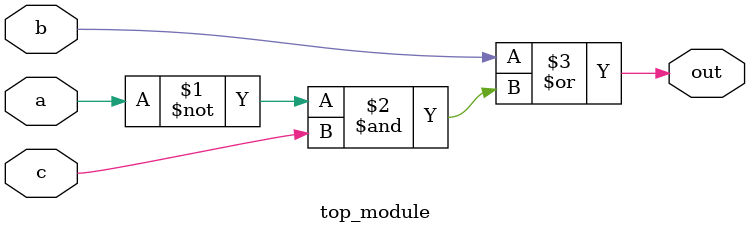
<source format=sv>
module top_module(
	input a, 
	input b,
	input c,
	output out
);

    // According to the Karnaugh map, the output (out) should be high (1) for the following minterms:
    // bc\ a
    // 00 | 0 | 1 |
    // 01 | 1 | 1 |
    // 11 | 1 | 1 |
    // 10 | 1 | 1 |
    // The minterms covered are: 001, 011, 111, 101 and 100
    // The simplified boolean expression is: out = b | (~a & c)

    assign out = b | (~a & c);

endmodule

</source>
